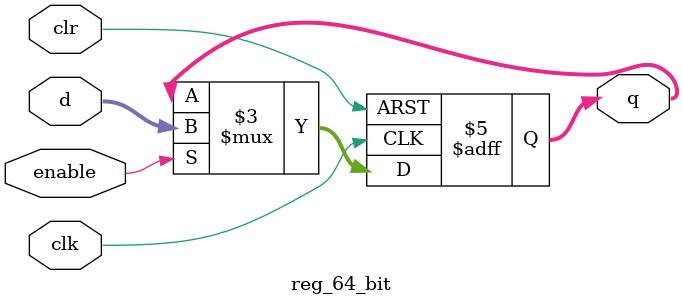
<source format=v>
module reg_64_bit #(parameter INIT_VAL = 64'h00000000)(
    output reg [63:0] q,
    input wire [63:0] d,
    input wire clk,
    input wire clr,
    input wire enable
    );



initial 
begin
    q =INIT_VAL;
end

always @(posedge clk or posedge clr)
begin

    if (clr)
        q <= 0;
    else if (enable)
        q <= d;
end

endmodule
</source>
